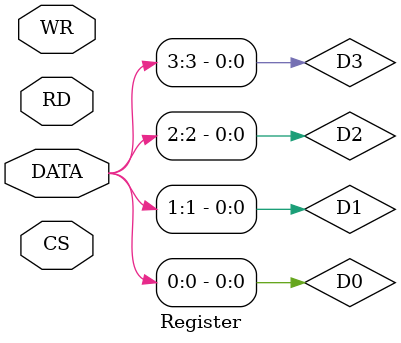
<source format=v>
`timescale 1ns / 1ps


module Register(RD,WR,CS,DATA);
input RD;
input WR;
input CS;
input [3:0]DATA;
reg D0,D1,D2,D3;
always@(*)
begin
    if(CS&&WR)
    {D3,D2,D1,D0}=DATA;
    else 
    {D3,D2,D1,D0}={D3,D2,D1,D0};
    
end
assign DATA=RD&&CS?{D3,D2,D1,D0}:4'bz;
endmodule


</source>
